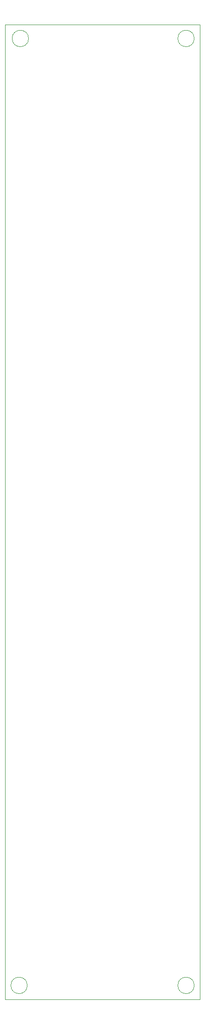
<source format=gm1>
%TF.GenerationSoftware,KiCad,Pcbnew,7.0.11-2.fc39*%
%TF.CreationDate,2024-04-23T12:03:03+00:00*%
%TF.ProjectId,Smart Prusa MK4 enclosure,536d6172-7420-4507-9275-7361204d4b34,1.2*%
%TF.SameCoordinates,Original*%
%TF.FileFunction,Profile,NP*%
%FSLAX46Y46*%
G04 Gerber Fmt 4.6, Leading zero omitted, Abs format (unit mm)*
G04 Created by KiCad (PCBNEW 7.0.11-2.fc39) date 2024-04-23 12:03:03*
%MOMM*%
%LPD*%
G01*
G04 APERTURE LIST*
%TA.AperFunction,Profile*%
%ADD10C,0.100000*%
%TD*%
G04 APERTURE END LIST*
D10*
X55880000Y-16510000D02*
X55880000Y-194310000D01*
X24590000Y-19050000D02*
G75*
G03*
X21590000Y-19050000I-1500000J0D01*
G01*
X21590000Y-19050000D02*
G75*
G03*
X24590000Y-19050000I1500000J0D01*
G01*
X54840000Y-191770000D02*
G75*
G03*
X51840000Y-191770000I-1500000J0D01*
G01*
X51840000Y-191770000D02*
G75*
G03*
X54840000Y-191770000I1500000J0D01*
G01*
X24360000Y-191770000D02*
G75*
G03*
X21360000Y-191770000I-1500000J0D01*
G01*
X21360000Y-191770000D02*
G75*
G03*
X24360000Y-191770000I1500000J0D01*
G01*
X20320000Y-16510000D02*
X55880000Y-16510000D01*
X54840000Y-19050000D02*
G75*
G03*
X51840000Y-19050000I-1500000J0D01*
G01*
X51840000Y-19050000D02*
G75*
G03*
X54840000Y-19050000I1500000J0D01*
G01*
X55880000Y-194310000D02*
X20320000Y-194310000D01*
X20320000Y-194310000D02*
X20320000Y-16510000D01*
M02*

</source>
